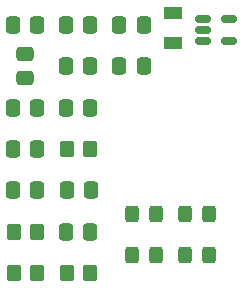
<source format=gbr>
%TF.GenerationSoftware,KiCad,Pcbnew,8.0.4*%
%TF.CreationDate,2024-08-16T22:24:09+02:00*%
%TF.ProjectId,breakout_pwr,62726561-6b6f-4757-945f-7077722e6b69,rev?*%
%TF.SameCoordinates,Original*%
%TF.FileFunction,Paste,Top*%
%TF.FilePolarity,Positive*%
%FSLAX46Y46*%
G04 Gerber Fmt 4.6, Leading zero omitted, Abs format (unit mm)*
G04 Created by KiCad (PCBNEW 8.0.4) date 2024-08-16 22:24:09*
%MOMM*%
%LPD*%
G01*
G04 APERTURE LIST*
G04 Aperture macros list*
%AMRoundRect*
0 Rectangle with rounded corners*
0 $1 Rounding radius*
0 $2 $3 $4 $5 $6 $7 $8 $9 X,Y pos of 4 corners*
0 Add a 4 corners polygon primitive as box body*
4,1,4,$2,$3,$4,$5,$6,$7,$8,$9,$2,$3,0*
0 Add four circle primitives for the rounded corners*
1,1,$1+$1,$2,$3*
1,1,$1+$1,$4,$5*
1,1,$1+$1,$6,$7*
1,1,$1+$1,$8,$9*
0 Add four rect primitives between the rounded corners*
20,1,$1+$1,$2,$3,$4,$5,0*
20,1,$1+$1,$4,$5,$6,$7,0*
20,1,$1+$1,$6,$7,$8,$9,0*
20,1,$1+$1,$8,$9,$2,$3,0*%
G04 Aperture macros list end*
%ADD10RoundRect,0.250000X-0.337500X-0.475000X0.337500X-0.475000X0.337500X0.475000X-0.337500X0.475000X0*%
%ADD11RoundRect,0.250000X-0.325000X-0.450000X0.325000X-0.450000X0.325000X0.450000X-0.325000X0.450000X0*%
%ADD12RoundRect,0.250000X-0.475000X0.337500X-0.475000X-0.337500X0.475000X-0.337500X0.475000X0.337500X0*%
%ADD13RoundRect,0.250000X-0.350000X-0.450000X0.350000X-0.450000X0.350000X0.450000X-0.350000X0.450000X0*%
%ADD14RoundRect,0.150000X-0.512500X-0.150000X0.512500X-0.150000X0.512500X0.150000X-0.512500X0.150000X0*%
%ADD15R,1.500000X1.000000*%
G04 APERTURE END LIST*
D10*
%TO.C,C1*%
X160425000Y-43000000D03*
X162500000Y-43000000D03*
%TD*%
D11*
%TO.C,D4*%
X170500000Y-59000000D03*
X172550000Y-59000000D03*
%TD*%
D10*
%TO.C,C8*%
X160500000Y-57000000D03*
X162575000Y-57000000D03*
%TD*%
D11*
%TO.C,D3*%
X166000000Y-59000000D03*
X168050000Y-59000000D03*
%TD*%
D12*
%TO.C,C11*%
X156962500Y-45462500D03*
X156962500Y-47537500D03*
%TD*%
D10*
%TO.C,C10*%
X160425000Y-46500000D03*
X162500000Y-46500000D03*
%TD*%
D11*
%TO.C,D5*%
X166000000Y-62500000D03*
X168050000Y-62500000D03*
%TD*%
D10*
%TO.C,C9*%
X155925000Y-43000000D03*
X158000000Y-43000000D03*
%TD*%
%TO.C,C2*%
X160425000Y-50000000D03*
X162500000Y-50000000D03*
%TD*%
D11*
%TO.C,D6*%
X170500000Y-62500000D03*
X172550000Y-62500000D03*
%TD*%
D10*
%TO.C,C6*%
X155925000Y-53500000D03*
X158000000Y-53500000D03*
%TD*%
%TO.C,C4*%
X164925000Y-46500000D03*
X167000000Y-46500000D03*
%TD*%
D13*
%TO.C,R3*%
X156000000Y-64000000D03*
X158000000Y-64000000D03*
%TD*%
D14*
%TO.C,U2*%
X172000000Y-42500000D03*
X172000000Y-43450000D03*
X172000000Y-44400000D03*
X174275000Y-44400000D03*
X174275000Y-42500000D03*
%TD*%
D15*
%TO.C,L1*%
X169500000Y-44500000D03*
X169500000Y-42000000D03*
%TD*%
D10*
%TO.C,C7*%
X155925000Y-56990000D03*
X158000000Y-56990000D03*
%TD*%
%TO.C,C3*%
X164925000Y-43000000D03*
X167000000Y-43000000D03*
%TD*%
D13*
%TO.C,R4*%
X160500000Y-64000000D03*
X162500000Y-64000000D03*
%TD*%
%TO.C,R2*%
X160500000Y-53500000D03*
X162500000Y-53500000D03*
%TD*%
D10*
%TO.C,C12*%
X160425000Y-60500000D03*
X162500000Y-60500000D03*
%TD*%
D13*
%TO.C,R1*%
X156000000Y-60500000D03*
X158000000Y-60500000D03*
%TD*%
D10*
%TO.C,C5*%
X155925000Y-50000000D03*
X158000000Y-50000000D03*
%TD*%
M02*

</source>
